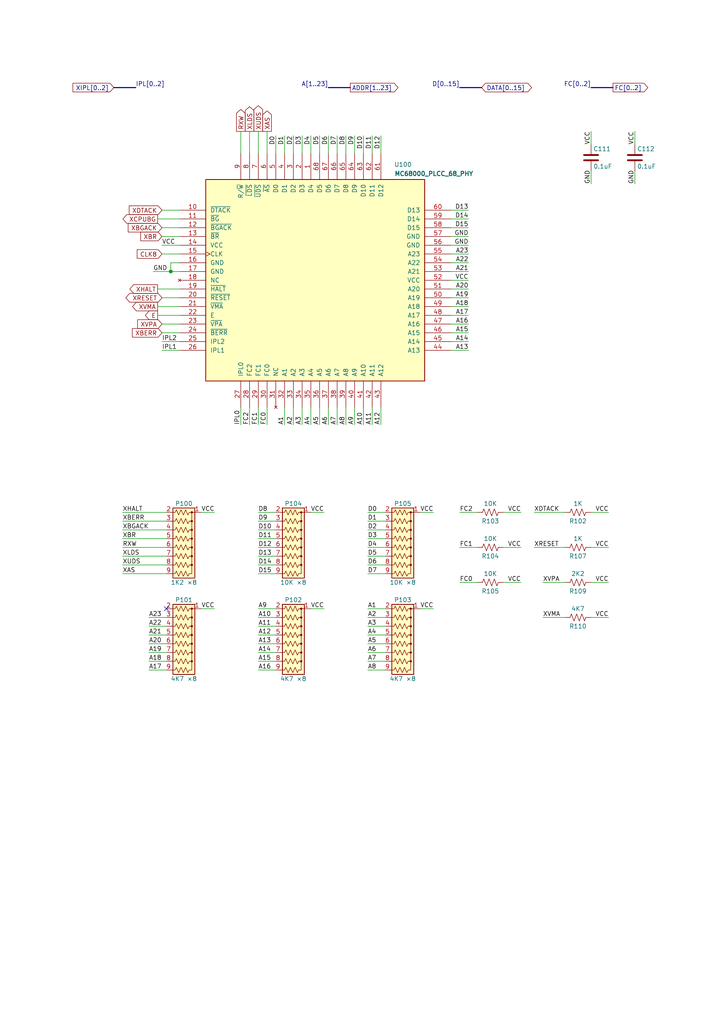
<source format=kicad_sch>
(kicad_sch (version 20230121) (generator eeschema)
  (paper "A4" portrait)
  (title_block (title "Converted schematics of Atari STE") (date "2021-08-31") (rev "1.0.0") (comment 1 "Reference : C300780-001"))
  (lib_symbols
    (symbol "Device:C" (pin_numbers hide) (pin_names (offset 0.254))
      (property "Reference" "C" (at 0.635 2.54 0))
      (property "Value" "C" (at 0.635 -2.54 0))
      (symbol "C_0_1"
        (polyline (pts (xy -2.032 -0.762) (xy 2.032 -0.762)) (stroke (width 0.508)))
        (polyline (pts (xy -2.032 0.762) (xy 2.032 0.762)) (stroke (width 0.508)))
      )
      (symbol "C_1_1"
        (pin passive line (at 0 3.81 270) (length 2.794) (name "~") (number "1"))
        (pin passive line (at 0 -3.81 90) (length 2.794) (name "~") (number "2"))
      )
    )
    (symbol "Device:R_Network08_US" (pin_names (offset 0) hide)
      (property "Reference" "RN" (at -12.7 0 90))
      (property "Value" "R_Network08_US" (at 10.16 0 90))
      (symbol "R_Network08_US_0_1"
        (rectangle (start -11.43 -3.175) (end 8.89 3.175) (stroke (width 0.254)) (fill (type background)))
        (circle (center -10.16 2.286) (radius 0.254) (fill (type outline)))
        (circle (center -7.62 2.286) (radius 0.254) (fill (type outline)))
        (circle (center -5.08 2.286) (radius 0.254) (fill (type outline)))
        (circle (center -2.54 2.286) (radius 0.254) (fill (type outline)))
        (polyline (pts (xy -10.16 2.286) (xy 7.62 2.286)))
        (polyline (pts (xy -10.16 2.286) (xy -10.16 1.524) (xy -9.398 1.1684) (xy -10.922 0.508) (xy -9.398 -0.1524) (xy -10.922 -0.8382) (xy -9.398 -1.524) (xy -10.922 -2.1844) (xy -10.16 -2.54) (xy -10.16 -3.81)))
        (polyline (pts (xy -7.62 2.286) (xy -7.62 1.524) (xy -6.858 1.1684) (xy -8.382 0.508) (xy -6.858 -0.1524) (xy -8.382 -0.8382) (xy -6.858 -1.524) (xy -8.382 -2.1844) (xy -7.62 -2.54) (xy -7.62 -3.81)))
        (polyline (pts (xy -5.08 2.286) (xy -5.08 1.524) (xy -4.318 1.1684) (xy -5.842 0.508) (xy -4.318 -0.1524) (xy -5.842 -0.8382) (xy -4.318 -1.524) (xy -5.842 -2.1844) (xy -5.08 -2.54) (xy -5.08 -3.81)))
        (polyline (pts (xy -2.54 2.286) (xy -2.54 1.524) (xy -1.778 1.1684) (xy -3.302 0.508) (xy -1.778 -0.1524) (xy -3.302 -0.8382) (xy -1.778 -1.524) (xy -3.302 -2.1844) (xy -2.54 -2.54) (xy -2.54 -3.81)))
        (polyline (pts (xy 0 2.286) (xy 0 1.524) (xy 0.762 1.1684) (xy -0.762 0.508) (xy 0.762 -0.1524) (xy -0.762 -0.8382) (xy 0.762 -1.524) (xy -0.762 -2.1844) (xy 0 -2.54) (xy 0 -3.81)))
        (polyline (pts (xy 2.54 2.286) (xy 2.54 1.524) (xy 3.302 1.1684) (xy 1.778 0.508) (xy 3.302 -0.1524) (xy 1.778 -0.8382) (xy 3.302 -1.524) (xy 1.778 -2.1844) (xy 2.54 -2.54) (xy 2.54 -3.81)))
        (polyline (pts (xy 5.08 2.286) (xy 5.08 1.524) (xy 5.842 1.1684) (xy 4.318 0.508) (xy 5.842 -0.1524) (xy 4.318 -0.8382) (xy 5.842 -1.524) (xy 4.318 -2.1844) (xy 5.08 -2.54) (xy 5.08 -3.81)))
        (polyline (pts (xy 7.62 2.286) (xy 7.62 1.524) (xy 8.382 1.1684) (xy 6.858 0.508) (xy 8.382 -0.1524) (xy 6.858 -0.8382) (xy 8.382 -1.524) (xy 6.858 -2.1844) (xy 7.62 -2.54) (xy 7.62 -3.81)))
        (circle (center 0 2.286) (radius 0.254) (fill (type outline)))
        (circle (center 2.54 2.286) (radius 0.254) (fill (type outline)))
        (circle (center 5.08 2.286) (radius 0.254) (fill (type outline)))
      )
      (symbol "R_Network08_US_1_1"
        (pin passive line (at -10.16 5.08 270) (length 2.54) (name "common") (number "1"))
        (pin passive line (at -10.16 -5.08 90) (length 1.27) (name "R1") (number "2"))
        (pin passive line (at -7.62 -5.08 90) (length 1.27) (name "R2") (number "3"))
        (pin passive line (at -5.08 -5.08 90) (length 1.27) (name "R3") (number "4"))
        (pin passive line (at -2.54 -5.08 90) (length 1.27) (name "R4") (number "5"))
        (pin passive line (at 0 -5.08 90) (length 1.27) (name "R5") (number "6"))
        (pin passive line (at 2.54 -5.08 90) (length 1.27) (name "R6") (number "7"))
        (pin passive line (at 5.08 -5.08 90) (length 1.27) (name "R7") (number "8"))
        (pin passive line (at 7.62 -5.08 90) (length 1.27) (name "R8") (number "9"))
      )
    )
    (symbol "Device:R_US" (pin_numbers hide) (pin_names (offset 0))
      (property "Reference" "R" (at 2.54 0 90))
      (property "Value" "R_US" (at -2.54 0 90))
      (symbol "R_US_0_1"
        (polyline (pts (xy 0 -2.286) (xy 0 -2.54)))
        (polyline (pts (xy 0 2.286) (xy 0 2.54)))
        (polyline (pts (xy 0 -0.762) (xy 1.016 -1.143) (xy 0 -1.524) (xy -1.016 -1.905) (xy 0 -2.286)))
        (polyline (pts (xy 0 0.762) (xy 1.016 0.381) (xy 0 0) (xy -1.016 -0.381) (xy 0 -0.762)))
        (polyline (pts (xy 0 2.286) (xy 1.016 1.905) (xy 0 1.524) (xy -1.016 1.143) (xy 0 0.762)))
      )
      (symbol "R_US_1_1"
        (pin passive line (at 0 3.81 270) (length 1.27) (name "~") (number "1"))
        (pin passive line (at 0 -3.81 90) (length 1.27) (name "~") (number "2"))
      )
    )
    (symbol "mc_68000_plcc68:MC68000_PLCC_68_PHY" (pin_names (offset 1.27))
      (property "Reference" "U" (at 22.86 34.29 0))
      (property "Value" "MC68000_PLCC_68_PHY" (at 22.86 31.75 0))
      (symbol "MC68000_PLCC_68_PHY_0_0"
        (rectangle (start -31.75 29.21) (end 31.75 -29.21) (stroke (width 0.254)) (fill (type background)))
        (pin bidirectional line (at -1.27 36.83 270) (length 7.62) (name "D4") (number "1"))
        (pin input line (at -39.37 20.32 0) (length 7.62) (name "~{DTACK}") (number "10"))
        (pin output line (at -39.37 17.78 0) (length 7.62) (name "~{BG}") (number "11"))
        (pin input line (at -39.37 15.24 0) (length 7.62) (name "~{BGACK}") (number "12"))
        (pin input line (at -39.37 12.7 0) (length 7.62) (name "~{BR}") (number "13"))
        (pin power_in line (at -39.37 10.16 0) (length 7.62) (name "VCC") (number "14"))
        (pin input clock (at -39.37 7.62 0) (length 7.62) (name "CLK") (number "15"))
        (pin power_in line (at -39.37 5.08 0) (length 7.62) (name "GND") (number "16"))
        (pin power_in line (at -39.37 2.54 0) (length 7.62) (name "GND") (number "17"))
        (pin no_connect line (at -39.37 0 0) (length 7.62) (name "NC") (number "18"))
        (pin bidirectional line (at -39.37 -2.54 0) (length 7.62) (name "~{HALT}") (number "19"))
        (pin bidirectional line (at -3.81 36.83 270) (length 7.62) (name "D3") (number "2"))
        (pin bidirectional line (at -39.37 -5.08 0) (length 7.62) (name "~{RESET}") (number "20"))
        (pin output line (at -39.37 -7.62 0) (length 7.62) (name "~{VMA}") (number "21"))
        (pin output line (at -39.37 -10.16 0) (length 7.62) (name "E") (number "22"))
        (pin input line (at -39.37 -12.7 0) (length 7.62) (name "~{VPA}") (number "23"))
        (pin input line (at -39.37 -15.24 0) (length 7.62) (name "~{BERR}") (number "24"))
        (pin input line (at -39.37 -17.78 0) (length 7.62) (name "IPL2") (number "25"))
        (pin input line (at -39.37 -20.32 0) (length 7.62) (name "IPL1") (number "26"))
        (pin input line (at -21.59 -36.83 90) (length 7.62) (name "IPL0") (number "27"))
        (pin tri_state line (at -19.05 -36.83 90) (length 7.62) (name "FC2") (number "28"))
        (pin tri_state line (at -16.51 -36.83 90) (length 7.62) (name "FC1") (number "29"))
        (pin bidirectional line (at -6.35 36.83 270) (length 7.62) (name "D2") (number "3"))
        (pin tri_state line (at -13.97 -36.83 90) (length 7.62) (name "FC0") (number "30"))
        (pin no_connect line (at -11.43 -36.83 90) (length 7.62) (name "NC") (number "31"))
        (pin output line (at -8.89 -36.83 90) (length 7.62) (name "A1") (number "32"))
        (pin output line (at -6.35 -36.83 90) (length 7.62) (name "A2") (number "33"))
        (pin output line (at -3.81 -36.83 90) (length 7.62) (name "A3") (number "34"))
        (pin output line (at -1.27 -36.83 90) (length 7.62) (name "A4") (number "35"))
        (pin output line (at 1.27 -36.83 90) (length 7.62) (name "A5") (number "36"))
        (pin output line (at 3.81 -36.83 90) (length 7.62) (name "A6") (number "37"))
        (pin output line (at 6.35 -36.83 90) (length 7.62) (name "A7") (number "38"))
        (pin output line (at 8.89 -36.83 90) (length 7.62) (name "A8") (number "39"))
        (pin bidirectional line (at -8.89 36.83 270) (length 7.62) (name "D1") (number "4"))
        (pin output line (at 11.43 -36.83 90) (length 7.62) (name "A9") (number "40"))
        (pin output line (at 13.97 -36.83 90) (length 7.62) (name "A10") (number "41"))
        (pin output line (at 16.51 -36.83 90) (length 7.62) (name "A11") (number "42"))
        (pin output line (at 19.05 -36.83 90) (length 7.62) (name "A12") (number "43"))
        (pin output line (at 39.37 -20.32 180) (length 7.62) (name "A13") (number "44"))
        (pin output line (at 39.37 -17.78 180) (length 7.62) (name "A14") (number "45"))
        (pin output line (at 39.37 -15.24 180) (length 7.62) (name "A15") (number "46"))
        (pin output line (at 39.37 -12.7 180) (length 7.62) (name "A16") (number "47"))
        (pin output line (at 39.37 -10.16 180) (length 7.62) (name "A17") (number "48"))
        (pin output line (at 39.37 -7.62 180) (length 7.62) (name "A18") (number "49"))
        (pin bidirectional line (at -11.43 36.83 270) (length 7.62) (name "D0") (number "5"))
        (pin output line (at 39.37 -5.08 180) (length 7.62) (name "A19") (number "50"))
        (pin output line (at 39.37 -2.54 180) (length 7.62) (name "A20") (number "51"))
        (pin power_in line (at 39.37 0 180) (length 7.62) (name "VCC") (number "52"))
        (pin output line (at 39.37 2.54 180) (length 7.62) (name "A21") (number "53"))
        (pin output line (at 39.37 5.08 180) (length 7.62) (name "A22") (number "54"))
        (pin output line (at 39.37 7.62 180) (length 7.62) (name "A23") (number "55"))
        (pin power_in line (at 39.37 10.16 180) (length 7.62) (name "GND") (number "56"))
        (pin power_in line (at 39.37 12.7 180) (length 7.62) (name "GND") (number "57"))
        (pin bidirectional line (at 39.37 15.24 180) (length 7.62) (name "D15") (number "58"))
        (pin bidirectional line (at 39.37 17.78 180) (length 7.62) (name "D14") (number "59"))
        (pin tri_state line (at -13.97 36.83 270) (length 7.62) (name "~{AS}") (number "6"))
        (pin bidirectional line (at 39.37 20.32 180) (length 7.62) (name "D13") (number "60"))
        (pin bidirectional line (at 19.05 36.83 270) (length 7.62) (name "D12") (number "61"))
        (pin bidirectional line (at 16.51 36.83 270) (length 7.62) (name "D11") (number "62"))
        (pin bidirectional line (at 13.97 36.83 270) (length 7.62) (name "D10") (number "63"))
        (pin bidirectional line (at 11.43 36.83 270) (length 7.62) (name "D9") (number "64"))
        (pin bidirectional line (at 8.89 36.83 270) (length 7.62) (name "D8") (number "65"))
        (pin bidirectional line (at 6.35 36.83 270) (length 7.62) (name "D7") (number "66"))
        (pin bidirectional line (at 3.81 36.83 270) (length 7.62) (name "D6") (number "67"))
        (pin bidirectional line (at 1.27 36.83 270) (length 7.62) (name "D5") (number "68"))
        (pin tri_state line (at -16.51 36.83 270) (length 7.62) (name "~{UDS}") (number "7"))
        (pin tri_state line (at -19.05 36.83 270) (length 7.62) (name "~{LDS}") (number "8"))
        (pin tri_state line (at -21.59 36.83 270) (length 7.62) (name "R/~{W}") (number "9"))
      )
    )
  )
  (junction (at 49.53 78.74))
  (no_connect (at 48.26 176.53))
  (wire (pts (xy 74.93 161.29) (xy 80.01 161.29)))
  (wire (pts (xy 43.18 179.07) (xy 48.26 179.07)))
  (wire (pts (xy 171.45 148.59) (xy 176.53 148.59)))
  (wire (pts (xy 130.81 96.52) (xy 135.89 96.52)))
  (wire (pts (xy 90.17 176.53) (xy 93.98 176.53)))
  (wire (pts (xy 157.48 168.91) (xy 163.83 168.91)))
  (wire (pts (xy 121.92 148.59) (xy 125.73 148.59)))
  (wire (pts (xy 74.93 118.11) (xy 74.93 123.19)))
  (wire (pts (xy 130.81 66.04) (xy 135.89 66.04)))
  (wire (pts (xy 100.33 39.37) (xy 100.33 44.45)))
  (wire (pts (xy 74.93 189.23) (xy 80.01 189.23)))
  (wire (pts (xy 45.72 88.9) (xy 52.07 88.9)))
  (wire (pts (xy 74.93 181.61) (xy 80.01 181.61)))
  (wire (pts (xy 171.45 168.91) (xy 176.53 168.91)))
  (wire (pts (xy 102.87 118.11) (xy 102.87 123.19)))
  (wire (pts (xy 106.68 151.13) (xy 111.76 151.13)))
  (wire (pts (xy 87.63 39.37) (xy 87.63 44.45)))
  (wire (pts (xy 74.93 163.83) (xy 80.01 163.83)))
  (wire (pts (xy 171.45 38.1) (xy 171.45 41.91)))
  (wire (pts (xy 130.81 83.82) (xy 135.89 83.82)))
  (bus (pts (xy 133.35 25.4) (xy 139.7 25.4)))
  (wire (pts (xy 74.93 166.37) (xy 80.01 166.37)))
  (bus (pts (xy 95.25 25.4) (xy 101.6 25.4)))
  (wire (pts (xy 107.95 118.11) (xy 107.95 123.19)))
  (wire (pts (xy 74.93 38.1) (xy 74.93 44.45)))
  (wire (pts (xy 106.68 181.61) (xy 111.76 181.61)))
  (wire (pts (xy 46.99 71.12) (xy 52.07 71.12)))
  (wire (pts (xy 184.15 53.34) (xy 184.15 49.53)))
  (wire (pts (xy 45.72 63.5) (xy 52.07 63.5)))
  (wire (pts (xy 130.81 60.96) (xy 135.89 60.96)))
  (wire (pts (xy 49.53 78.74) (xy 52.07 78.74)))
  (wire (pts (xy 46.99 101.6) (xy 52.07 101.6)))
  (wire (pts (xy 90.17 39.37) (xy 90.17 44.45)))
  (wire (pts (xy 77.47 118.11) (xy 77.47 123.19)))
  (wire (pts (xy 106.68 156.21) (xy 111.76 156.21)))
  (wire (pts (xy 130.81 91.44) (xy 135.89 91.44)))
  (wire (pts (xy 107.95 39.37) (xy 107.95 44.45)))
  (wire (pts (xy 74.93 194.31) (xy 80.01 194.31)))
  (wire (pts (xy 133.35 158.75) (xy 138.43 158.75)))
  (wire (pts (xy 106.68 148.59) (xy 111.76 148.59)))
  (wire (pts (xy 97.79 39.37) (xy 97.79 44.45)))
  (wire (pts (xy 130.81 88.9) (xy 135.89 88.9)))
  (wire (pts (xy 69.85 118.11) (xy 69.85 123.19)))
  (wire (pts (xy 43.18 189.23) (xy 48.26 189.23)))
  (wire (pts (xy 95.25 39.37) (xy 95.25 44.45)))
  (wire (pts (xy 106.68 153.67) (xy 111.76 153.67)))
  (wire (pts (xy 58.42 176.53) (xy 62.23 176.53)))
  (wire (pts (xy 146.05 148.59) (xy 151.13 148.59)))
  (wire (pts (xy 106.68 186.69) (xy 111.76 186.69)))
  (wire (pts (xy 133.35 148.59) (xy 138.43 148.59)))
  (wire (pts (xy 146.05 158.75) (xy 151.13 158.75)))
  (wire (pts (xy 49.53 76.2) (xy 52.07 76.2)))
  (wire (pts (xy 82.55 39.37) (xy 82.55 44.45)))
  (wire (pts (xy 92.71 39.37) (xy 92.71 44.45)))
  (wire (pts (xy 69.85 38.1) (xy 69.85 44.45)))
  (wire (pts (xy 35.56 156.21) (xy 48.26 156.21)))
  (wire (pts (xy 106.68 184.15) (xy 111.76 184.15)))
  (wire (pts (xy 95.25 118.11) (xy 95.25 123.19)))
  (wire (pts (xy 106.68 163.83) (xy 111.76 163.83)))
  (wire (pts (xy 45.72 83.82) (xy 52.07 83.82)))
  (wire (pts (xy 171.45 158.75) (xy 176.53 158.75)))
  (wire (pts (xy 130.81 101.6) (xy 135.89 101.6)))
  (wire (pts (xy 46.99 73.66) (xy 52.07 73.66)))
  (wire (pts (xy 97.79 118.11) (xy 97.79 123.19)))
  (wire (pts (xy 52.07 60.96) (xy 46.99 60.96)))
  (wire (pts (xy 74.93 153.67) (xy 80.01 153.67)))
  (wire (pts (xy 82.55 118.11) (xy 82.55 123.19)))
  (wire (pts (xy 74.93 184.15) (xy 80.01 184.15)))
  (wire (pts (xy 74.93 151.13) (xy 80.01 151.13)))
  (wire (pts (xy 100.33 118.11) (xy 100.33 123.19)))
  (wire (pts (xy 106.68 194.31) (xy 111.76 194.31)))
  (wire (pts (xy 72.39 38.1) (xy 72.39 44.45)))
  (wire (pts (xy 110.49 118.11) (xy 110.49 123.19)))
  (wire (pts (xy 43.18 194.31) (xy 48.26 194.31)))
  (wire (pts (xy 74.93 179.07) (xy 80.01 179.07)))
  (wire (pts (xy 35.56 148.59) (xy 48.26 148.59)))
  (wire (pts (xy 52.07 66.04) (xy 46.99 66.04)))
  (wire (pts (xy 35.56 151.13) (xy 48.26 151.13)))
  (wire (pts (xy 35.56 166.37) (xy 48.26 166.37)))
  (wire (pts (xy 52.07 86.36) (xy 46.99 86.36)))
  (wire (pts (xy 106.68 179.07) (xy 111.76 179.07)))
  (wire (pts (xy 90.17 118.11) (xy 90.17 123.19)))
  (wire (pts (xy 35.56 158.75) (xy 48.26 158.75)))
  (wire (pts (xy 43.18 186.69) (xy 48.26 186.69)))
  (wire (pts (xy 74.93 148.59) (xy 80.01 148.59)))
  (wire (pts (xy 130.81 99.06) (xy 135.89 99.06)))
  (wire (pts (xy 130.81 86.36) (xy 135.89 86.36)))
  (wire (pts (xy 106.68 191.77) (xy 111.76 191.77)))
  (wire (pts (xy 74.93 186.69) (xy 80.01 186.69)))
  (wire (pts (xy 106.68 166.37) (xy 111.76 166.37)))
  (wire (pts (xy 133.35 168.91) (xy 138.43 168.91)))
  (wire (pts (xy 45.72 91.44) (xy 52.07 91.44)))
  (wire (pts (xy 106.68 161.29) (xy 111.76 161.29)))
  (wire (pts (xy 106.68 176.53) (xy 111.76 176.53)))
  (wire (pts (xy 92.71 118.11) (xy 92.71 123.19)))
  (wire (pts (xy 87.63 118.11) (xy 87.63 123.19)))
  (wire (pts (xy 157.48 179.07) (xy 163.83 179.07)))
  (bus (pts (xy 171.45 25.4) (xy 177.8 25.4)))
  (wire (pts (xy 146.05 168.91) (xy 151.13 168.91)))
  (wire (pts (xy 46.99 68.58) (xy 52.07 68.58)))
  (wire (pts (xy 106.68 189.23) (xy 111.76 189.23)))
  (wire (pts (xy 102.87 39.37) (xy 102.87 44.45)))
  (bus (pts (xy 33.02 25.4) (xy 39.37 25.4)))
  (wire (pts (xy 110.49 39.37) (xy 110.49 44.45)))
  (wire (pts (xy 85.09 118.11) (xy 85.09 123.19)))
  (wire (pts (xy 35.56 161.29) (xy 48.26 161.29)))
  (wire (pts (xy 106.68 158.75) (xy 111.76 158.75)))
  (wire (pts (xy 121.92 176.53) (xy 125.73 176.53)))
  (wire (pts (xy 74.93 191.77) (xy 80.01 191.77)))
  (wire (pts (xy 74.93 176.53) (xy 80.01 176.53)))
  (wire (pts (xy 130.81 78.74) (xy 135.89 78.74)))
  (wire (pts (xy 49.53 78.74) (xy 49.53 76.2)))
  (wire (pts (xy 58.42 148.59) (xy 62.23 148.59)))
  (wire (pts (xy 80.01 39.37) (xy 80.01 44.45)))
  (wire (pts (xy 130.81 81.28) (xy 135.89 81.28)))
  (wire (pts (xy 46.99 93.98) (xy 52.07 93.98)))
  (wire (pts (xy 163.83 158.75) (xy 154.94 158.75)))
  (wire (pts (xy 130.81 93.98) (xy 135.89 93.98)))
  (wire (pts (xy 74.93 156.21) (xy 80.01 156.21)))
  (wire (pts (xy 77.47 38.1) (xy 77.47 44.45)))
  (wire (pts (xy 184.15 38.1) (xy 184.15 41.91)))
  (wire (pts (xy 46.99 99.06) (xy 52.07 99.06)))
  (wire (pts (xy 130.81 73.66) (xy 135.89 73.66)))
  (wire (pts (xy 74.93 158.75) (xy 80.01 158.75)))
  (wire (pts (xy 130.81 71.12) (xy 135.89 71.12)))
  (wire (pts (xy 35.56 153.67) (xy 48.26 153.67)))
  (wire (pts (xy 171.45 49.53) (xy 171.45 53.34)))
  (wire (pts (xy 43.18 184.15) (xy 48.26 184.15)))
  (wire (pts (xy 154.94 148.59) (xy 163.83 148.59)))
  (wire (pts (xy 171.45 179.07) (xy 176.53 179.07)))
  (wire (pts (xy 46.99 96.52) (xy 52.07 96.52)))
  (wire (pts (xy 105.41 118.11) (xy 105.41 123.19)))
  (wire (pts (xy 90.17 148.59) (xy 93.98 148.59)))
  (wire (pts (xy 72.39 118.11) (xy 72.39 123.19)))
  (wire (pts (xy 130.81 63.5) (xy 135.89 63.5)))
  (wire (pts (xy 43.18 191.77) (xy 48.26 191.77)))
  (wire (pts (xy 105.41 39.37) (xy 105.41 44.45)))
  (wire (pts (xy 43.18 181.61) (xy 48.26 181.61)))
  (wire (pts (xy 85.09 39.37) (xy 85.09 44.45)))
  (wire (pts (xy 130.81 76.2) (xy 135.89 76.2)))
  (wire (pts (xy 35.56 163.83) (xy 48.26 163.83)))
  (wire (pts (xy 130.81 68.58) (xy 135.89 68.58)))
  (wire (pts (xy 44.45 78.74) (xy 49.53 78.74)))
  (label "IPL[0..2]" (at 39.37 25.4 0))
  (label "A4" (at 106.68 184.15 0))
  (label "GND" (at 135.89 71.12 180))
  (label "D5" (at 106.68 161.29 0))
  (label "A8" (at 100.33 123.19 90))
  (label "FC2" (at 72.39 123.19 90))
  (label "XHALT" (at 35.56 148.59 0))
  (label "XBR" (at 35.56 156.21 0))
  (label "D1" (at 106.68 151.13 0))
  (label "GND" (at 171.45 53.34 90))
  (label "VCC" (at 62.23 148.59 180))
  (label "D8" (at 100.33 39.37 270))
  (label "D5" (at 92.71 39.37 270))
  (label "A1" (at 82.55 123.19 90))
  (label "A5" (at 106.68 186.69 0))
  (label "D9" (at 74.93 151.13 0))
  (label "VCC" (at 125.73 148.59 180))
  (label "VCC" (at 176.53 179.07 180))
  (label "A14" (at 74.93 189.23 0))
  (label "A19" (at 43.18 189.23 0))
  (label "XDTACK" (at 154.94 148.59 0))
  (label "XUDS" (at 35.56 163.83 0))
  (label "A[1..23]" (at 95.25 25.4 180))
  (label "D11" (at 74.93 156.21 0))
  (label "A3" (at 106.68 181.61 0))
  (label "A15" (at 74.93 191.77 0))
  (label "A6" (at 106.68 189.23 0))
  (label "FC0" (at 133.35 168.91 0))
  (label "VCC" (at 135.89 81.28 180))
  (label "VCC" (at 46.99 71.12 0))
  (label "XAS" (at 35.56 166.37 0))
  (label "A14" (at 135.89 99.06 180))
  (label "D9" (at 102.87 39.37 270))
  (label "D15" (at 74.93 166.37 0))
  (label "A22" (at 43.18 181.61 0))
  (label "D6" (at 106.68 163.83 0))
  (label "D8" (at 74.93 148.59 0))
  (label "D13" (at 74.93 161.29 0))
  (label "D6" (at 95.25 39.37 270))
  (label "D4" (at 106.68 158.75 0))
  (label "D[0..15]" (at 133.35 25.4 180))
  (label "VCC" (at 151.13 158.75 180))
  (label "D12" (at 74.93 158.75 0))
  (label "A17" (at 43.18 194.31 0))
  (label "A1" (at 106.68 176.53 0))
  (label "VCC" (at 62.23 176.53 180))
  (label "VCC" (at 176.53 168.91 180))
  (label "D13" (at 135.89 60.96 180))
  (label "VCC" (at 176.53 158.75 180))
  (label "D11" (at 107.95 39.37 270))
  (label "A10" (at 105.41 123.19 90))
  (label "VCC" (at 151.13 168.91 180))
  (label "FC[0..2]" (at 171.45 25.4 180))
  (label "A21" (at 43.18 184.15 0))
  (label "D10" (at 74.93 153.67 0))
  (label "A10" (at 74.93 179.07 0))
  (label "RXW" (at 35.56 158.75 0))
  (label "VCC" (at 184.15 38.1 270))
  (label "IPL1" (at 46.99 101.6 0))
  (label "IPL0" (at 69.85 123.19 90))
  (label "A23" (at 43.18 179.07 0))
  (label "A19" (at 135.89 86.36 180))
  (label "D2" (at 85.09 39.37 270))
  (label "VCC" (at 125.73 176.53 180))
  (label "FC0" (at 77.47 123.19 90))
  (label "A6" (at 95.25 123.19 90))
  (label "A23" (at 135.89 73.66 180))
  (label "FC2" (at 133.35 148.59 0))
  (label "D1" (at 82.55 39.37 270))
  (label "A12" (at 74.93 184.15 0))
  (label "A9" (at 102.87 123.19 90))
  (label "A13" (at 135.89 101.6 180))
  (label "XVPA" (at 157.48 168.91 0))
  (label "A8" (at 106.68 194.31 0))
  (label "D14" (at 135.89 63.5 180))
  (label "D2" (at 106.68 153.67 0))
  (label "A20" (at 135.89 83.82 180))
  (label "VCC" (at 171.45 38.1 270))
  (label "D15" (at 135.89 66.04 180))
  (label "A18" (at 135.89 88.9 180))
  (label "A22" (at 135.89 76.2 180))
  (label "A4" (at 90.17 123.19 90))
  (label "A5" (at 92.71 123.19 90))
  (label "D0" (at 106.68 148.59 0))
  (label "A7" (at 106.68 191.77 0))
  (label "A16" (at 135.89 93.98 180))
  (label "A17" (at 135.89 91.44 180))
  (label "GND" (at 184.15 53.34 90))
  (label "D14" (at 74.93 163.83 0))
  (label "A15" (at 135.89 96.52 180))
  (label "VCC" (at 93.98 176.53 180))
  (label "A2" (at 85.09 123.19 90))
  (label "D7" (at 97.79 39.37 270))
  (label "VCC" (at 151.13 148.59 180))
  (label "D12" (at 110.49 39.37 270))
  (label "A2" (at 106.68 179.07 0))
  (label "XLDS" (at 35.56 161.29 0))
  (label "GND" (at 135.89 68.58 180))
  (label "D7" (at 106.68 166.37 0))
  (label "XBGACK" (at 35.56 153.67 0))
  (label "A7" (at 97.79 123.19 90))
  (label "D3" (at 106.68 156.21 0))
  (label "A11" (at 74.93 181.61 0))
  (label "FC1" (at 74.93 123.19 90))
  (label "A13" (at 74.93 186.69 0))
  (label "A21" (at 135.89 78.74 180))
  (label "A9" (at 74.93 176.53 0))
  (label "FC1" (at 133.35 158.75 0))
  (label "XRESET" (at 154.94 158.75 0))
  (label "A12" (at 110.49 123.19 90))
  (label "A18" (at 43.18 191.77 0))
  (label "D0" (at 80.01 39.37 270))
  (label "A20" (at 43.18 186.69 0))
  (label "D4" (at 90.17 39.37 270))
  (label "VCC" (at 93.98 148.59 180))
  (label "A16" (at 74.93 194.31 0))
  (label "IPL2" (at 46.99 99.06 0))
  (label "A11" (at 107.95 123.19 90))
  (label "A3" (at 87.63 123.19 90))
  (label "D10" (at 105.41 39.37 270))
  (label "D3" (at 87.63 39.37 270))
  (label "GND" (at 44.45 78.74 0))
  (label "XVMA" (at 157.48 179.07 0))
  (label "XBERR" (at 35.56 151.13 0))
  (label "VCC" (at 176.53 148.59 180))
  (global_label "XAS" (shape output) (at 77.47 38.1 90) (property "Intersheetrefs" "${INTERSHEET_REFS}" (effects hide)))
  (global_label "DATA[0..15]" (shape bidirectional) (at 139.7 25.4 0) (property "Intersheetrefs" "${INTERSHEET_REFS}" (effects hide)))
  (global_label "ADDR[1..23]" (shape output) (at 101.6 25.4 0) (property "Intersheetrefs" "${INTERSHEET_REFS}" (effects hide)))
  (global_label "XVPA" (shape input) (at 46.99 93.98 180) (property "Intersheetrefs" "${INTERSHEET_REFS}" (effects hide)))
  (global_label "XCPUBG" (shape output) (at 45.72 63.5 180) (property "Intersheetrefs" "${INTERSHEET_REFS}" (effects hide)))
  (global_label "XHALT" (shape output) (at 45.72 83.82 180) (property "Intersheetrefs" "${INTERSHEET_REFS}" (effects hide)))
  (global_label "E" (shape output) (at 45.72 91.44 180) (property "Intersheetrefs" "${INTERSHEET_REFS}" (effects hide)))
  (global_label "XDTACK" (shape input) (at 46.99 60.96 180) (property "Intersheetrefs" "${INTERSHEET_REFS}" (effects hide)))
  (global_label "XBGACK" (shape input) (at 46.99 66.04 180) (property "Intersheetrefs" "${INTERSHEET_REFS}" (effects hide)))
  (global_label "XBERR" (shape input) (at 46.99 96.52 180) (property "Intersheetrefs" "${INTERSHEET_REFS}" (effects hide)))
  (global_label "XRESET" (shape bidirectional) (at 46.99 86.36 180) (property "Intersheetrefs" "${INTERSHEET_REFS}" (effects hide)))
  (global_label "XLDS" (shape output) (at 72.39 38.1 90) (property "Intersheetrefs" "${INTERSHEET_REFS}" (effects hide)))
  (global_label "CLK8" (shape input) (at 46.99 73.66 180) (property "Intersheetrefs" "${INTERSHEET_REFS}" (effects hide)))
  (global_label "XIPL[0..2]" (shape input) (at 33.02 25.4 180) (property "Intersheetrefs" "${INTERSHEET_REFS}" (effects hide)))
  (global_label "XVMA" (shape output) (at 45.72 88.9 180) (property "Intersheetrefs" "${INTERSHEET_REFS}" (effects hide)))
  (global_label "RXW" (shape output) (at 69.85 38.1 90) (property "Intersheetrefs" "${INTERSHEET_REFS}" (effects hide)))
  (global_label "XBR" (shape input) (at 46.99 68.58 180) (property "Intersheetrefs" "${INTERSHEET_REFS}" (effects hide)))
  (global_label "XUDS" (shape output) (at 74.93 38.1 90) (property "Intersheetrefs" "${INTERSHEET_REFS}" (effects hide)))
  (global_label "FC[0..2]" (shape output) (at 177.8 25.4 0) (property "Intersheetrefs" "${INTERSHEET_REFS}" (effects hide)))
  (symbol (lib_id "mc_68000_plcc68:MC68000_PLCC_68_PHY") (at 91.44 81.28 0) (unit 1)
    (property "Reference" "U100" (at 114.3 46.99 0) (effects (justify left top)))
    (property "Value" "MC68000_PLCC_68_PHY" (at 114.3 49.53 0) (effects (font bold) (justify left top)))
    (property "Footprint" "Package_LCC:PLCC-68_THT-Socket" (effects hide))
    (property "Datasheet" "https://www.nxp.com/docs/en/reference-manual/MC68000UM.pdf" (effects hide))
  )
  (symbol (lib_id "Device:C") (at 171.45 45.72 0) (unit 1)
    (property "Reference" "C111" (at 172.085 43.18 0) (effects (justify left)))
    (property "Value" "0.1uF" (at 172.085 48.26 0) (effects (justify left)))
    (property "Footprint" "commons_passives_THT:Passive_THT_capacitor_mlcc_W2.54mm_L7.62mm" (effects hide))
  )
  (symbol (lib_id "Device:C") (at 184.15 45.72 0) (unit 1)
    (property "Reference" "C112" (at 184.785 43.18 0) (effects (justify left)))
    (property "Value" "0.1uF" (at 184.785 48.26 0) (effects (justify left)))
    (property "Footprint" "commons_passives_THT:Passive_THT_capacitor_mlcc_W2.54mm_L7.62mm" (effects hide))
  )
  (symbol (lib_id "Device:R_Network08_US") (at 53.34 158.75 270) (unit 1)
    (property "Reference" "P100" (at 53.34 146.05 90))
    (property "Value" "1K2 ×8" (at 53.34 168.91 90))
    (property "Footprint" "Resistor_THT:R_Array_SIP9" (effects hide))
    (property "Datasheet" "http://www.vishay.com/docs/31509/csc.pdf" (effects hide))
  )
  (symbol (lib_id "Device:R_Network08_US") (at 53.34 186.69 270) (unit 1)
    (property "Reference" "P101" (at 53.34 173.99 90))
    (property "Value" "4K7 ×8" (at 53.34 196.85 90))
    (property "Footprint" "Resistor_THT:R_Array_SIP9" (effects hide))
    (property "Datasheet" "http://www.vishay.com/docs/31509/csc.pdf" (effects hide))
  )
  (symbol (lib_id "Device:R_Network08_US") (at 85.09 186.69 270) (unit 1)
    (property "Reference" "P102" (at 85.09 173.99 90))
    (property "Value" "4K7 ×8" (at 85.09 196.85 90))
    (property "Footprint" "Resistor_THT:R_Array_SIP9" (effects hide))
    (property "Datasheet" "http://www.vishay.com/docs/31509/csc.pdf" (effects hide))
  )
  (symbol (lib_id "Device:R_Network08_US") (at 116.84 186.69 270) (unit 1)
    (property "Reference" "P103" (at 116.84 173.99 90))
    (property "Value" "4K7 ×8" (at 116.84 196.85 90))
    (property "Footprint" "Resistor_THT:R_Array_SIP9" (effects hide))
    (property "Datasheet" "http://www.vishay.com/docs/31509/csc.pdf" (effects hide))
  )
  (symbol (lib_id "Device:R_Network08_US") (at 85.09 158.75 270) (unit 1)
    (property "Reference" "P104" (at 85.09 146.05 90))
    (property "Value" "10K ×8" (at 85.09 168.91 90))
    (property "Footprint" "Resistor_THT:R_Array_SIP9" (effects hide))
    (property "Datasheet" "http://www.vishay.com/docs/31509/csc.pdf" (effects hide))
  )
  (symbol (lib_id "Device:R_Network08_US") (at 116.84 158.75 270) (unit 1)
    (property "Reference" "P105" (at 116.84 146.05 90))
    (property "Value" "10K ×8" (at 116.84 168.91 90))
    (property "Footprint" "Resistor_THT:R_Array_SIP9" (effects hide))
    (property "Datasheet" "http://www.vishay.com/docs/31509/csc.pdf" (effects hide))
  )
  (symbol (lib_id "Device:R_US") (at 167.64 148.59 270) (unit 1)
    (property "Reference" "R102" (at 167.64 151.13 90))
    (property "Value" "1K" (at 167.64 146.05 90))
    (property "Footprint" "commons_passives_THT:Passive_THT_resistor_W2.54mm_L12.70mm" (effects hide))
  )
  (symbol (lib_id "Device:R_US") (at 142.24 148.59 270) (unit 1)
    (property "Reference" "R103" (at 142.24 151.13 90))
    (property "Value" "10K" (at 142.24 146.05 90))
    (property "Footprint" "commons_passives_THT:Passive_THT_resistor_W2.54mm_L12.70mm" (effects hide))
  )
  (symbol (lib_id "Device:R_US") (at 142.24 158.75 270) (unit 1)
    (property "Reference" "R104" (at 142.24 161.29 90))
    (property "Value" "10K" (at 142.24 156.21 90))
    (property "Footprint" "commons_passives_THT:Passive_THT_resistor_W2.54mm_L12.70mm" (effects hide))
  )
  (symbol (lib_id "Device:R_US") (at 142.24 168.91 270) (unit 1)
    (property "Reference" "R105" (at 142.24 171.45 90))
    (property "Value" "10K" (at 142.24 166.37 90))
    (property "Footprint" "commons_passives_THT:Passive_THT_resistor_W2.54mm_L12.70mm" (effects hide))
  )
  (symbol (lib_id "Device:R_US") (at 167.64 158.75 270) (unit 1)
    (property "Reference" "R107" (at 167.64 161.29 90))
    (property "Value" "1K" (at 167.64 156.21 90))
    (property "Footprint" "commons_passives_THT:Passive_THT_resistor_W2.54mm_L12.70mm" (effects hide))
  )
  (symbol (lib_id "Device:R_US") (at 167.64 168.91 270) (unit 1)
    (property "Reference" "R109" (at 167.64 171.45 90))
    (property "Value" "2K2" (at 167.64 166.37 90))
    (property "Footprint" "commons_passives_THT:Passive_THT_resistor_W2.54mm_L12.70mm" (effects hide))
  )
  (symbol (lib_id "Device:R_US") (at 167.64 179.07 270) (unit 1)
    (property "Reference" "R110" (at 167.64 181.61 90))
    (property "Value" "4K7" (at 167.64 176.53 90))
    (property "Footprint" "commons_passives_THT:Passive_THT_resistor_W2.54mm_L12.70mm" (effects hide))
  )
)
</source>
